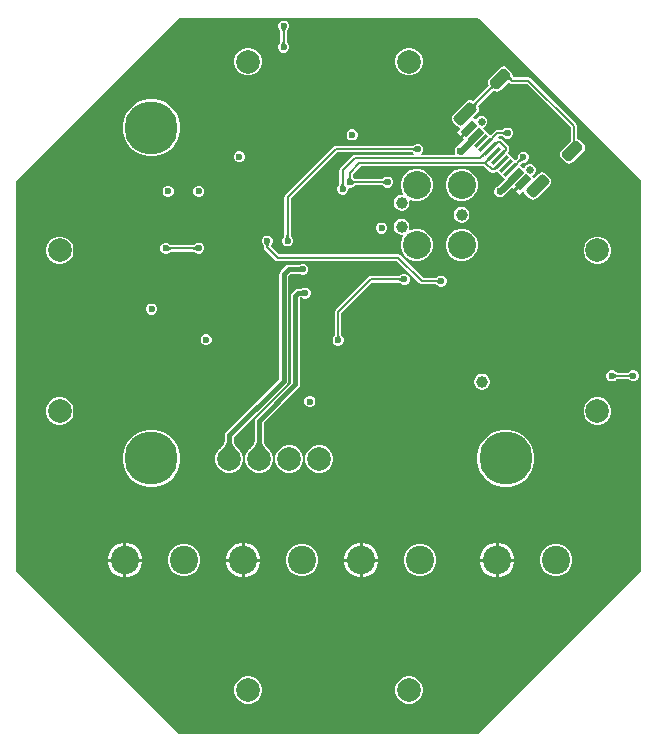
<source format=gbl>
G04*
G04 #@! TF.GenerationSoftware,Altium Limited,Altium Designer,23.8.1 (32)*
G04*
G04 Layer_Physical_Order=2*
G04 Layer_Color=16711680*
%FSLAX44Y44*%
%MOMM*%
G71*
G04*
G04 #@! TF.SameCoordinates,30061C5B-BE2C-44CF-A243-5EA776C9CE0C*
G04*
G04*
G04 #@! TF.FilePolarity,Positive*
G04*
G01*
G75*
%ADD13C,0.2000*%
%ADD48C,0.4000*%
%ADD49C,0.6000*%
G04:AMPARAMS|DCode=50|XSize=1.8mm|YSize=1mm|CornerRadius=0.25mm|HoleSize=0mm|Usage=FLASHONLY|Rotation=225.000|XOffset=0mm|YOffset=0mm|HoleType=Round|Shape=RoundedRectangle|*
%AMROUNDEDRECTD50*
21,1,1.8000,0.5000,0,0,225.0*
21,1,1.3000,1.0000,0,0,225.0*
1,1,0.5000,-0.6364,-0.2828*
1,1,0.5000,0.2828,0.6364*
1,1,0.5000,0.6364,0.2828*
1,1,0.5000,-0.2828,-0.6364*
%
%ADD50ROUNDEDRECTD50*%
G04:AMPARAMS|DCode=51|XSize=2.1mm|YSize=1mm|CornerRadius=0.25mm|HoleSize=0mm|Usage=FLASHONLY|Rotation=225.000|XOffset=0mm|YOffset=0mm|HoleType=Round|Shape=RoundedRectangle|*
%AMROUNDEDRECTD51*
21,1,2.1000,0.5000,0,0,225.0*
21,1,1.6000,1.0000,0,0,225.0*
1,1,0.5000,-0.7425,-0.3889*
1,1,0.5000,0.3889,0.7425*
1,1,0.5000,0.7425,0.3889*
1,1,0.5000,-0.3889,-0.7425*
%
%ADD51ROUNDEDRECTD51*%
%ADD52C,0.6500*%
%ADD53C,2.0000*%
%ADD54C,2.4000*%
%ADD55C,4.5000*%
%ADD56C,2.3750*%
%ADD57C,0.9910*%
%ADD58C,0.6000*%
%ADD59C,1.0000*%
G04:AMPARAMS|DCode=60|XSize=0.6mm|YSize=1.35mm|CornerRadius=0mm|HoleSize=0mm|Usage=FLASHONLY|Rotation=315.000|XOffset=0mm|YOffset=0mm|HoleType=Round|Shape=Rectangle|*
%AMROTATEDRECTD60*
4,1,4,-0.6894,-0.2652,0.2652,0.6894,0.6894,0.2652,-0.2652,-0.6894,-0.6894,-0.2652,0.0*
%
%ADD60ROTATEDRECTD60*%

G04:AMPARAMS|DCode=61|XSize=0.3mm|YSize=1.35mm|CornerRadius=0mm|HoleSize=0mm|Usage=FLASHONLY|Rotation=315.000|XOffset=0mm|YOffset=0mm|HoleType=Round|Shape=Rectangle|*
%AMROTATEDRECTD61*
4,1,4,-0.5834,-0.3712,0.3712,0.5834,0.5834,0.3712,-0.3712,-0.5834,-0.5834,-0.3712,0.0*
%
%ADD61ROTATEDRECTD61*%

G36*
X245718Y184143D02*
X264918Y164943D01*
Y-164943D01*
X126518Y-303342D01*
X-126518D01*
X-264918Y-164943D01*
Y164943D01*
X-126518Y303342D01*
X126518D01*
X245718Y184143D01*
D02*
G37*
%LPC*%
G36*
X-36969Y300755D02*
X-38831D01*
X-40551Y300042D01*
X-41867Y298726D01*
X-42580Y297006D01*
Y295144D01*
X-41867Y293424D01*
X-41487Y293043D01*
X-41450Y292976D01*
X-41288Y292782D01*
X-41177Y292633D01*
X-41085Y292488D01*
X-41009Y292349D01*
X-40947Y292212D01*
X-40899Y292079D01*
X-40862Y291945D01*
X-40836Y291810D01*
X-40833Y291783D01*
Y282658D01*
X-40836Y282631D01*
X-40861Y282508D01*
X-40897Y282388D01*
X-40943Y282271D01*
X-41001Y282153D01*
X-41074Y282032D01*
X-41163Y281906D01*
X-41271Y281776D01*
X-41439Y281600D01*
X-41519Y281475D01*
X-42067Y280926D01*
X-42780Y279206D01*
Y277344D01*
X-42067Y275624D01*
X-40751Y274307D01*
X-39031Y273595D01*
X-37169D01*
X-35449Y274307D01*
X-34132Y275624D01*
X-33420Y277344D01*
Y279206D01*
X-34132Y280926D01*
X-34682Y281475D01*
X-34761Y281600D01*
X-34929Y281776D01*
X-35037Y281906D01*
X-35126Y282032D01*
X-35199Y282153D01*
X-35257Y282271D01*
X-35303Y282389D01*
X-35339Y282508D01*
X-35364Y282631D01*
X-35368Y282658D01*
Y291619D01*
X-35364Y291645D01*
X-35340Y291757D01*
X-35307Y291861D01*
X-35264Y291961D01*
X-35211Y292061D01*
X-35144Y292164D01*
X-35060Y292269D01*
X-34957Y292381D01*
X-34786Y292538D01*
X-34700Y292656D01*
X-33932Y293424D01*
X-33220Y295144D01*
Y297006D01*
X-33932Y298726D01*
X-35249Y300042D01*
X-36969Y300755D01*
D02*
G37*
G36*
X69638Y277755D02*
X66562D01*
X63592Y276959D01*
X60928Y275421D01*
X58754Y273247D01*
X57216Y270583D01*
X56420Y267613D01*
Y264537D01*
X57216Y261567D01*
X58754Y258903D01*
X60928Y256729D01*
X63592Y255191D01*
X66562Y254395D01*
X69638D01*
X72608Y255191D01*
X75272Y256729D01*
X77446Y258903D01*
X78984Y261567D01*
X79780Y264537D01*
Y267613D01*
X78984Y270583D01*
X77446Y273247D01*
X75272Y275421D01*
X72608Y276959D01*
X69638Y277755D01*
D02*
G37*
G36*
X-66562D02*
X-69638D01*
X-72608Y276959D01*
X-75272Y275421D01*
X-77446Y273247D01*
X-78984Y270583D01*
X-79780Y267613D01*
Y264537D01*
X-78984Y261567D01*
X-77446Y258903D01*
X-75272Y256729D01*
X-72608Y255191D01*
X-69638Y254395D01*
X-66562D01*
X-63592Y255191D01*
X-60928Y256729D01*
X-58754Y258903D01*
X-57216Y261567D01*
X-56420Y264537D01*
Y267613D01*
X-57216Y270583D01*
X-58754Y273247D01*
X-60928Y275421D01*
X-63592Y276959D01*
X-66562Y277755D01*
D02*
G37*
G36*
X20931Y208680D02*
X19069D01*
X17349Y207967D01*
X16033Y206651D01*
X15320Y204931D01*
Y203069D01*
X16033Y201349D01*
X17349Y200033D01*
X19069Y199320D01*
X20931D01*
X22651Y200033D01*
X23967Y201349D01*
X24680Y203069D01*
Y204931D01*
X23967Y206651D01*
X22651Y207967D01*
X20931Y208680D01*
D02*
G37*
G36*
X-147619Y234180D02*
X-152381D01*
X-157053Y233251D01*
X-161453Y231428D01*
X-165414Y228782D01*
X-168782Y225414D01*
X-171428Y221453D01*
X-173251Y217053D01*
X-174180Y212381D01*
Y207619D01*
X-173251Y202947D01*
X-171428Y198547D01*
X-168782Y194586D01*
X-165414Y191218D01*
X-161453Y188572D01*
X-157053Y186749D01*
X-152381Y185820D01*
X-147619D01*
X-142947Y186749D01*
X-138546Y188572D01*
X-134586Y191218D01*
X-131218Y194586D01*
X-128572Y198547D01*
X-126749Y202947D01*
X-125820Y207619D01*
Y212381D01*
X-126749Y217053D01*
X-128572Y221453D01*
X-131218Y225414D01*
X-134586Y228782D01*
X-138546Y231428D01*
X-142947Y233251D01*
X-147619Y234180D01*
D02*
G37*
G36*
X-74569Y190180D02*
X-76431D01*
X-78151Y189468D01*
X-79468Y188151D01*
X-80180Y186431D01*
Y184569D01*
X-79468Y182849D01*
X-78151Y181532D01*
X-76431Y180820D01*
X-74569D01*
X-72849Y181532D01*
X-71532Y182849D01*
X-70820Y184569D01*
Y186431D01*
X-71532Y188151D01*
X-72849Y189468D01*
X-74569Y190180D01*
D02*
G37*
G36*
X148236Y261946D02*
X146605Y261621D01*
X145222Y260697D01*
X136030Y251505D01*
X135106Y250123D01*
X134782Y248492D01*
X135106Y246861D01*
X135898Y245675D01*
X122556Y232333D01*
X121371Y233125D01*
X119740Y233449D01*
X118109Y233125D01*
X116726Y232201D01*
X105412Y220887D01*
X104488Y219505D01*
X104164Y217874D01*
X104488Y216243D01*
X105412Y214860D01*
X108948Y211325D01*
X110330Y210401D01*
X110636Y210340D01*
X111054Y208962D01*
X108511Y206419D01*
X111530Y203399D01*
X118099Y209968D01*
X119895Y208172D01*
X113326Y201603D01*
X114711Y200219D01*
X109212Y194719D01*
X109132Y194666D01*
X108698Y194487D01*
X108366Y194154D01*
X107975Y193893D01*
X107714Y193502D01*
X107382Y193170D01*
X107202Y192736D01*
X106941Y192345D01*
X106849Y191884D01*
X106669Y191450D01*
Y190980D01*
X106577Y190519D01*
X106669Y190058D01*
Y189588D01*
X106849Y189154D01*
X106941Y188693D01*
X107202Y188302D01*
X107326Y188002D01*
X107094Y187374D01*
X106721Y186733D01*
X78905D01*
X78435Y188002D01*
X79419Y188987D01*
X80132Y190707D01*
Y192569D01*
X79419Y194289D01*
X78103Y195606D01*
X76383Y196318D01*
X74521D01*
X72801Y195606D01*
X72535Y195340D01*
X72339Y195192D01*
X72174Y195082D01*
X72015Y194989D01*
X71861Y194912D01*
X71710Y194849D01*
X71564Y194799D01*
X71419Y194762D01*
X71274Y194735D01*
X71249Y194732D01*
X6025D01*
X6025Y194732D01*
X4979Y194524D01*
X4093Y193932D01*
X-36572Y153267D01*
X-37164Y152381D01*
X-37373Y151335D01*
Y118552D01*
X-37376Y118525D01*
X-37401Y118402D01*
X-37437Y118283D01*
X-37483Y118166D01*
X-37541Y118047D01*
X-37614Y117926D01*
X-37703Y117800D01*
X-37811Y117670D01*
X-37979Y117494D01*
X-38059Y117369D01*
X-38607Y116820D01*
X-39320Y115100D01*
Y113238D01*
X-38607Y111518D01*
X-37291Y110202D01*
X-35571Y109489D01*
X-33709D01*
X-31989Y110202D01*
X-30673Y111518D01*
X-29960Y113238D01*
Y115100D01*
X-30673Y116820D01*
X-31222Y117369D01*
X-31301Y117494D01*
X-31469Y117670D01*
X-31577Y117800D01*
X-31666Y117926D01*
X-31739Y118047D01*
X-31797Y118165D01*
X-31843Y118283D01*
X-31879Y118402D01*
X-31904Y118526D01*
X-31907Y118552D01*
Y150203D01*
X7157Y189268D01*
X70950D01*
X70974Y189264D01*
X71076Y189241D01*
X71169Y189210D01*
X71255Y189172D01*
X71339Y189124D01*
X71426Y189063D01*
X71468Y189028D01*
X71484Y188987D01*
X72469Y188002D01*
X71999Y186733D01*
X22000D01*
X20954Y186525D01*
X20068Y185932D01*
X10068Y175932D01*
X9475Y175046D01*
X9268Y174000D01*
Y162383D01*
X9264Y162356D01*
X9239Y162233D01*
X9203Y162114D01*
X9157Y161996D01*
X9099Y161878D01*
X9026Y161757D01*
X8937Y161631D01*
X8829Y161501D01*
X8661Y161325D01*
X8582Y161200D01*
X8033Y160651D01*
X7320Y158931D01*
Y157069D01*
X8033Y155349D01*
X9349Y154032D01*
X11069Y153320D01*
X12931D01*
X14651Y154032D01*
X15968Y155349D01*
X16680Y157069D01*
Y158147D01*
X16972Y159028D01*
X17853Y159320D01*
X18931D01*
X20651Y160033D01*
X21200Y160582D01*
X21325Y160661D01*
X21501Y160829D01*
X21631Y160937D01*
X21757Y161026D01*
X21878Y161099D01*
X21996Y161157D01*
X22114Y161203D01*
X22233Y161239D01*
X22356Y161264D01*
X22383Y161268D01*
X45617D01*
X45644Y161264D01*
X45767Y161239D01*
X45886Y161203D01*
X46004Y161157D01*
X46122Y161099D01*
X46243Y161026D01*
X46369Y160937D01*
X46499Y160829D01*
X46675Y160661D01*
X46800Y160581D01*
X47349Y160033D01*
X49069Y159320D01*
X50931D01*
X52651Y160033D01*
X53967Y161349D01*
X54680Y163069D01*
Y164931D01*
X53967Y166651D01*
X52651Y167967D01*
X50931Y168680D01*
X49069D01*
X47349Y167967D01*
X46800Y167418D01*
X46675Y167339D01*
X46499Y167171D01*
X46369Y167063D01*
X46243Y166974D01*
X46122Y166901D01*
X46004Y166843D01*
X45886Y166797D01*
X45767Y166761D01*
X45644Y166736D01*
X45617Y166733D01*
X22383D01*
X22356Y166736D01*
X22233Y166761D01*
X22114Y166797D01*
X21996Y166843D01*
X21878Y166901D01*
X21757Y166974D01*
X21631Y167063D01*
X21501Y167171D01*
X21332Y167332D01*
X21171Y167501D01*
X21063Y167631D01*
X20974Y167757D01*
X20901Y167878D01*
X20843Y167996D01*
X20797Y168114D01*
X20761Y168233D01*
X20736Y168356D01*
X20733Y168383D01*
Y170868D01*
X27132Y177267D01*
X131615D01*
X136079Y172804D01*
X136965Y172212D01*
X138011Y172004D01*
X139817D01*
X140863Y172212D01*
X141749Y172804D01*
X142546Y173600D01*
X149260Y166886D01*
X142438Y160063D01*
X142349Y160026D01*
X142017Y159694D01*
X141626Y159433D01*
X141365Y159042D01*
X141032Y158710D01*
X140853Y158276D01*
X140591Y157885D01*
X140500Y157424D01*
X140320Y156990D01*
Y156520D01*
X140228Y156059D01*
X140320Y155598D01*
Y155128D01*
X140500Y154694D01*
X140591Y154233D01*
X140853Y153842D01*
X141032Y153408D01*
X141365Y153075D01*
X141626Y152685D01*
X142017Y152424D01*
X142349Y152091D01*
X142783Y151911D01*
X143174Y151650D01*
X143635Y151559D01*
X144069Y151379D01*
X144539D01*
X145000Y151287D01*
X145182D01*
X145643Y151379D01*
X145931D01*
X146197Y151489D01*
X147008Y151650D01*
X148556Y152685D01*
X155400Y159529D01*
X156785Y158145D01*
X163354Y164713D01*
X165150Y162917D01*
X158581Y156348D01*
X161600Y153329D01*
X164144Y155872D01*
X165522Y155454D01*
X165583Y155149D01*
X166506Y153766D01*
X170042Y150231D01*
X171425Y149307D01*
X173055Y148982D01*
X174687Y149307D01*
X176069Y150231D01*
X187383Y161544D01*
X188307Y162927D01*
X188631Y164558D01*
X188307Y166189D01*
X187383Y167572D01*
X183847Y171107D01*
X182465Y172031D01*
X180834Y172355D01*
X179203Y172031D01*
X177820Y171107D01*
X173959Y167246D01*
X172483Y168723D01*
X172730Y169968D01*
X173179Y170154D01*
X174566Y171541D01*
X175316Y173353D01*
Y175314D01*
X174566Y177126D01*
X173179Y178513D01*
X171367Y179264D01*
X169405D01*
X167593Y178513D01*
X166207Y177126D01*
X165753Y176032D01*
X164283Y175707D01*
X161927Y178062D01*
X163833Y179969D01*
X163854Y179985D01*
X163960Y180054D01*
X164069Y180114D01*
X164184Y180164D01*
X164309Y180206D01*
X164447Y180241D01*
X164598Y180266D01*
X164767Y180282D01*
X165010Y180288D01*
X165155Y180320D01*
X165931D01*
X167651Y181033D01*
X168967Y182349D01*
X169680Y184069D01*
Y185931D01*
X168967Y187651D01*
X167651Y188967D01*
X165931Y189680D01*
X164069D01*
X162349Y188967D01*
X161033Y187651D01*
X160320Y185931D01*
Y185155D01*
X160288Y185010D01*
X160282Y184767D01*
X160266Y184598D01*
X160241Y184447D01*
X160206Y184309D01*
X160164Y184184D01*
X160114Y184069D01*
X160054Y183960D01*
X159985Y183854D01*
X159969Y183833D01*
X158062Y181927D01*
X155137Y184852D01*
X151285Y188704D01*
X152156Y189575D01*
X152749Y190461D01*
X152957Y191507D01*
Y193164D01*
X152749Y194210D01*
X152156Y195096D01*
X147171Y200082D01*
X146284Y200674D01*
X145238Y200882D01*
X144199D01*
X143619Y202050D01*
X144092Y202689D01*
X144242Y202814D01*
X147192D01*
X147219Y202811D01*
X147343Y202785D01*
X147462Y202750D01*
X147579Y202704D01*
X147697Y202645D01*
X147819Y202573D01*
X147944Y202484D01*
X148075Y202375D01*
X148251Y202208D01*
X148376Y202128D01*
X148925Y201579D01*
X150645Y200867D01*
X152507D01*
X154227Y201579D01*
X155543Y202896D01*
X156256Y204616D01*
Y206478D01*
X155543Y208198D01*
X154227Y209514D01*
X152507Y210227D01*
X150645D01*
X148925Y209514D01*
X148376Y208965D01*
X148251Y208886D01*
X148075Y208718D01*
X147944Y208610D01*
X147819Y208521D01*
X147697Y208448D01*
X147579Y208390D01*
X147462Y208344D01*
X147343Y208308D01*
X147219Y208283D01*
X147192Y208279D01*
X142869D01*
X141823Y208071D01*
X140937Y207479D01*
X136724Y203266D01*
X133924Y206065D01*
X133924Y206065D01*
X130888Y209101D01*
X131214Y210572D01*
X132308Y211025D01*
X133695Y212412D01*
X134445Y214224D01*
Y216185D01*
X133695Y217997D01*
X132308Y219384D01*
X130496Y220135D01*
X128535D01*
X126723Y219384D01*
X125336Y217997D01*
X125150Y217549D01*
X123905Y217301D01*
X122428Y218778D01*
X126289Y222638D01*
X127213Y224021D01*
X127537Y225652D01*
X127213Y227283D01*
X126420Y228468D01*
X139763Y241811D01*
X140948Y241019D01*
X142579Y240694D01*
X144210Y241019D01*
X145593Y241942D01*
X152594Y248943D01*
X153469Y248068D01*
X154356Y247475D01*
X155401Y247267D01*
X155401Y247267D01*
X168045D01*
X205007Y210305D01*
Y199010D01*
X204995Y198831D01*
X204958Y198541D01*
X204913Y198306D01*
X204873Y198160D01*
X197124Y190411D01*
X196200Y189028D01*
X195876Y187397D01*
X196200Y185767D01*
X197124Y184384D01*
X200660Y180848D01*
X202042Y179925D01*
X203673Y179600D01*
X205304Y179925D01*
X206687Y180848D01*
X215879Y190041D01*
X216803Y191423D01*
X217127Y193054D01*
X216803Y194685D01*
X215879Y196068D01*
X212344Y199604D01*
X210961Y200527D01*
X210472Y200625D01*
Y211437D01*
X210264Y212483D01*
X209672Y213369D01*
X171109Y251932D01*
X170222Y252525D01*
X169177Y252733D01*
X156827D01*
X155957Y253764D01*
X156033Y254148D01*
X155709Y255779D01*
X154785Y257162D01*
X151250Y260697D01*
X149867Y261621D01*
X148236Y261946D01*
D02*
G37*
G36*
X-108969Y160755D02*
X-110831D01*
X-112551Y160042D01*
X-113868Y158726D01*
X-114580Y157006D01*
Y155144D01*
X-113868Y153424D01*
X-112551Y152107D01*
X-110831Y151395D01*
X-108969D01*
X-107249Y152107D01*
X-105933Y153424D01*
X-105220Y155144D01*
Y157006D01*
X-105933Y158726D01*
X-107249Y160042D01*
X-108969Y160755D01*
D02*
G37*
G36*
X-134969D02*
X-136831D01*
X-138551Y160042D01*
X-139867Y158726D01*
X-140580Y157006D01*
Y155144D01*
X-139867Y153424D01*
X-138551Y152107D01*
X-136831Y151395D01*
X-134969D01*
X-133249Y152107D01*
X-131932Y153424D01*
X-131220Y155144D01*
Y157006D01*
X-131932Y158726D01*
X-133249Y160042D01*
X-134969Y160755D01*
D02*
G37*
G36*
X114485Y175305D02*
X110915D01*
X107468Y174381D01*
X104377Y172597D01*
X101853Y170073D01*
X100069Y166982D01*
X99145Y163535D01*
Y159965D01*
X100069Y156518D01*
X101853Y153427D01*
X104377Y150903D01*
X107468Y149119D01*
X110915Y148195D01*
X114485D01*
X117932Y149119D01*
X121023Y150903D01*
X123547Y153427D01*
X125331Y156518D01*
X126255Y159965D01*
Y163535D01*
X125331Y166982D01*
X123547Y170073D01*
X121023Y172597D01*
X117932Y174381D01*
X114485Y175305D01*
D02*
G37*
G36*
X76385D02*
X72815D01*
X69368Y174381D01*
X66277Y172597D01*
X63753Y170073D01*
X61969Y166982D01*
X61045Y163535D01*
Y159965D01*
X61969Y156518D01*
X63227Y154338D01*
X63052Y153876D01*
X62450Y153145D01*
X61027D01*
X59339Y152693D01*
X57826Y151819D01*
X56591Y150584D01*
X55717Y149071D01*
X55265Y147383D01*
Y145637D01*
X55717Y143949D01*
X56591Y142436D01*
X57826Y141201D01*
X59339Y140327D01*
X61027Y139875D01*
X62773D01*
X64461Y140327D01*
X65974Y141201D01*
X67209Y142436D01*
X68083Y143949D01*
X68535Y145637D01*
Y147383D01*
X68297Y148270D01*
X69368Y149119D01*
X72815Y148195D01*
X76385D01*
X79832Y149119D01*
X82923Y150903D01*
X85447Y153427D01*
X87231Y156518D01*
X88155Y159965D01*
Y163535D01*
X87231Y166982D01*
X85447Y170073D01*
X82923Y172597D01*
X79832Y174381D01*
X76385Y175305D01*
D02*
G37*
G36*
X113574Y142985D02*
X111826D01*
X110139Y142533D01*
X108626Y141659D01*
X107391Y140424D01*
X106517Y138911D01*
X106065Y137224D01*
Y135477D01*
X106517Y133789D01*
X107391Y132276D01*
X108626Y131041D01*
X110139Y130167D01*
X111826Y129715D01*
X113574D01*
X115261Y130167D01*
X116774Y131041D01*
X118009Y132276D01*
X118883Y133789D01*
X119335Y135477D01*
Y137224D01*
X118883Y138911D01*
X118009Y140424D01*
X116774Y141659D01*
X115261Y142533D01*
X113574Y142985D01*
D02*
G37*
G36*
X45786Y129680D02*
X43924D01*
X42204Y128968D01*
X40887Y127651D01*
X40175Y125931D01*
Y124069D01*
X40887Y122349D01*
X42204Y121032D01*
X43924Y120320D01*
X45786D01*
X47506Y121032D01*
X48823Y122349D01*
X49535Y124069D01*
Y125931D01*
X48823Y127651D01*
X47506Y128968D01*
X45786Y129680D01*
D02*
G37*
G36*
X-108969Y112755D02*
X-110831D01*
X-112551Y112043D01*
X-113245Y111348D01*
X-113376Y111257D01*
X-113539Y111087D01*
X-113656Y110982D01*
X-113767Y110896D01*
X-113875Y110827D01*
X-113981Y110772D01*
X-114086Y110729D01*
X-114194Y110695D01*
X-114310Y110670D01*
X-114336Y110667D01*
X-133579D01*
X-133606Y110670D01*
X-133738Y110696D01*
X-133867Y110733D01*
X-133996Y110781D01*
X-134127Y110841D01*
X-134261Y110917D01*
X-134400Y111008D01*
X-134544Y111118D01*
X-134732Y111282D01*
X-134822Y111334D01*
X-135249Y111761D01*
X-136969Y112473D01*
X-138831D01*
X-140551Y111761D01*
X-141868Y110444D01*
X-142580Y108724D01*
Y106862D01*
X-141868Y105142D01*
X-140551Y103826D01*
X-138831Y103113D01*
X-136969D01*
X-135249Y103826D01*
X-134555Y104520D01*
X-134424Y104611D01*
X-134261Y104781D01*
X-134144Y104887D01*
X-134033Y104972D01*
X-133925Y105041D01*
X-133819Y105096D01*
X-133714Y105140D01*
X-133606Y105173D01*
X-133490Y105198D01*
X-133464Y105202D01*
X-114221D01*
X-114194Y105198D01*
X-114062Y105172D01*
X-113933Y105136D01*
X-113804Y105088D01*
X-113673Y105027D01*
X-113539Y104952D01*
X-113400Y104860D01*
X-113256Y104750D01*
X-113068Y104586D01*
X-112978Y104535D01*
X-112551Y104107D01*
X-110831Y103395D01*
X-108969D01*
X-107249Y104107D01*
X-105933Y105424D01*
X-105220Y107144D01*
Y109006D01*
X-105933Y110726D01*
X-107249Y112043D01*
X-108969Y112755D01*
D02*
G37*
G36*
X114485Y124505D02*
X110915D01*
X107468Y123581D01*
X104377Y121797D01*
X101853Y119273D01*
X100069Y116182D01*
X99145Y112734D01*
Y109165D01*
X100069Y105718D01*
X101853Y102627D01*
X104377Y100103D01*
X107468Y98319D01*
X110915Y97395D01*
X114485D01*
X117932Y98319D01*
X121023Y100103D01*
X123547Y102627D01*
X125331Y105718D01*
X126255Y109165D01*
Y112734D01*
X125331Y116182D01*
X123547Y119273D01*
X121023Y121797D01*
X117932Y123581D01*
X114485Y124505D01*
D02*
G37*
G36*
X62773Y132825D02*
X61027D01*
X59339Y132373D01*
X57826Y131499D01*
X56591Y130264D01*
X55717Y128751D01*
X55265Y127064D01*
Y125316D01*
X55717Y123629D01*
X56591Y122116D01*
X57826Y120881D01*
X59339Y120007D01*
X61027Y119555D01*
X62450D01*
X63052Y118824D01*
X63227Y118362D01*
X61969Y116182D01*
X61045Y112734D01*
Y109165D01*
X61969Y105718D01*
X63753Y102627D01*
X66277Y100103D01*
X69368Y98319D01*
X72815Y97395D01*
X76385D01*
X79832Y98319D01*
X82923Y100103D01*
X85447Y102627D01*
X87231Y105718D01*
X88155Y109165D01*
Y112734D01*
X87231Y116182D01*
X85447Y119273D01*
X82923Y121797D01*
X79832Y123581D01*
X76385Y124505D01*
X72815D01*
X69368Y123581D01*
X68297Y124430D01*
X68535Y125316D01*
Y127064D01*
X68083Y128751D01*
X67209Y130264D01*
X65974Y131499D01*
X64461Y132373D01*
X62773Y132825D01*
D02*
G37*
G36*
X-226112Y117855D02*
X-229188D01*
X-232158Y117059D01*
X-234822Y115521D01*
X-236996Y113347D01*
X-238534Y110683D01*
X-239330Y107713D01*
Y104637D01*
X-238534Y101667D01*
X-236996Y99003D01*
X-234822Y96829D01*
X-232158Y95291D01*
X-229188Y94495D01*
X-226112D01*
X-223142Y95291D01*
X-220478Y96829D01*
X-218304Y99003D01*
X-216766Y101667D01*
X-215970Y104637D01*
Y107713D01*
X-216766Y110683D01*
X-218304Y113347D01*
X-220478Y115521D01*
X-223142Y117059D01*
X-226112Y117855D01*
D02*
G37*
G36*
X229188Y117855D02*
X226112D01*
X223142Y117059D01*
X220478Y115521D01*
X218304Y113347D01*
X216766Y110683D01*
X215970Y107713D01*
Y104637D01*
X216766Y101667D01*
X218304Y99003D01*
X220478Y96829D01*
X223142Y95291D01*
X226112Y94495D01*
X229188D01*
X232158Y95291D01*
X234822Y96829D01*
X236996Y99003D01*
X238534Y101667D01*
X239330Y104637D01*
Y107713D01*
X238534Y110683D01*
X236996Y113347D01*
X234822Y115521D01*
X232158Y117059D01*
X229188Y117855D01*
D02*
G37*
G36*
X-20969Y94755D02*
X-22831D01*
X-24551Y94043D01*
X-24740Y93853D01*
X-25240Y93827D01*
X-33900D01*
X-35336Y93541D01*
X-36553Y92728D01*
X-40653Y88628D01*
X-41466Y87411D01*
X-41752Y85975D01*
Y-2446D01*
X-86703Y-47397D01*
X-87516Y-48614D01*
X-87802Y-50050D01*
Y-55238D01*
X-87802Y-55242D01*
X-87915Y-55830D01*
X-88111Y-56467D01*
X-88400Y-57152D01*
X-88785Y-57884D01*
X-89271Y-58659D01*
X-89847Y-59456D01*
X-91364Y-61227D01*
X-92273Y-62154D01*
X-92360Y-62287D01*
X-93396Y-63323D01*
X-94934Y-65987D01*
X-95730Y-68957D01*
Y-72033D01*
X-94934Y-75003D01*
X-93396Y-77667D01*
X-91222Y-79841D01*
X-88558Y-81379D01*
X-85588Y-82175D01*
X-82512D01*
X-79542Y-81379D01*
X-76878Y-79841D01*
X-74704Y-77667D01*
X-73166Y-75003D01*
X-72370Y-72033D01*
Y-68957D01*
X-73166Y-65987D01*
X-74704Y-63323D01*
X-75728Y-62299D01*
X-75802Y-62180D01*
X-77560Y-60311D01*
X-78240Y-59474D01*
X-78829Y-58659D01*
X-79315Y-57884D01*
X-79700Y-57152D01*
X-79988Y-56467D01*
X-80185Y-55830D01*
X-80298Y-55242D01*
X-80298Y-55238D01*
Y-51604D01*
X-35347Y-6653D01*
X-34534Y-5436D01*
X-34248Y-4000D01*
Y84421D01*
X-32346Y86323D01*
X-24766D01*
X-24551Y86107D01*
X-22831Y85395D01*
X-20969D01*
X-19249Y86107D01*
X-17932Y87424D01*
X-17220Y89144D01*
Y91006D01*
X-17932Y92726D01*
X-19249Y94043D01*
X-20969Y94755D01*
D02*
G37*
G36*
X65150Y86296D02*
X63288D01*
X61568Y85584D01*
X61019Y85035D01*
X60894Y84955D01*
X60718Y84788D01*
X60588Y84679D01*
X60462Y84590D01*
X60341Y84517D01*
X60223Y84459D01*
X60106Y84413D01*
X59987Y84378D01*
X59863Y84352D01*
X59836Y84349D01*
X35616D01*
X34570Y84141D01*
X33684Y83548D01*
X6168Y56032D01*
X5576Y55146D01*
X5368Y54100D01*
Y34458D01*
X5364Y34431D01*
X5339Y34308D01*
X5303Y34188D01*
X5257Y34071D01*
X5199Y33953D01*
X5126Y33832D01*
X5037Y33706D01*
X4929Y33576D01*
X4761Y33400D01*
X4681Y33275D01*
X4132Y32726D01*
X3420Y31006D01*
Y29144D01*
X4132Y27424D01*
X5449Y26107D01*
X7169Y25395D01*
X9031D01*
X10751Y26107D01*
X12068Y27424D01*
X12780Y29144D01*
Y31006D01*
X12068Y32726D01*
X11518Y33275D01*
X11439Y33400D01*
X11271Y33576D01*
X11163Y33706D01*
X11074Y33832D01*
X11001Y33953D01*
X10943Y34071D01*
X10897Y34189D01*
X10861Y34308D01*
X10836Y34431D01*
X10833Y34458D01*
Y52968D01*
X36748Y78884D01*
X59836D01*
X59863Y78880D01*
X59987Y78855D01*
X60106Y78819D01*
X60223Y78773D01*
X60341Y78715D01*
X60463Y78642D01*
X60588Y78553D01*
X60718Y78445D01*
X60894Y78277D01*
X61019Y78198D01*
X61568Y77649D01*
X63288Y76936D01*
X65150D01*
X66870Y77649D01*
X68187Y78965D01*
X68899Y80685D01*
Y82547D01*
X68187Y84267D01*
X66870Y85584D01*
X65150Y86296D01*
D02*
G37*
G36*
X-50969Y118755D02*
X-52831D01*
X-54551Y118042D01*
X-55868Y116726D01*
X-56580Y115006D01*
Y113144D01*
X-55868Y111424D01*
X-55318Y110875D01*
X-55239Y110750D01*
X-55071Y110574D01*
X-54963Y110444D01*
X-54874Y110318D01*
X-54801Y110197D01*
X-54743Y110079D01*
X-54697Y109961D01*
X-54661Y109842D01*
X-54636Y109719D01*
X-54633Y109692D01*
Y108700D01*
X-54425Y107655D01*
X-53832Y106768D01*
X-45132Y98068D01*
X-44245Y97476D01*
X-43200Y97268D01*
X57915D01*
X76971Y78211D01*
X77858Y77619D01*
X78903Y77411D01*
X91099D01*
X91126Y77408D01*
X91253Y77382D01*
X91376Y77346D01*
X91498Y77299D01*
X91622Y77240D01*
X91749Y77166D01*
X91879Y77075D01*
X92015Y76966D01*
X92196Y76800D01*
X92310Y76731D01*
X92808Y76233D01*
X94528Y75520D01*
X96390D01*
X98110Y76233D01*
X99426Y77549D01*
X100139Y79269D01*
Y81131D01*
X99426Y82851D01*
X98110Y84167D01*
X96390Y84880D01*
X94528D01*
X92808Y84167D01*
X92204Y83564D01*
X92072Y83477D01*
X91902Y83308D01*
X91777Y83201D01*
X91657Y83113D01*
X91541Y83042D01*
X91427Y82985D01*
X91315Y82940D01*
X91200Y82905D01*
X91080Y82879D01*
X91053Y82876D01*
X80035D01*
X60979Y101932D01*
X60093Y102524D01*
X59047Y102732D01*
X-42068D01*
X-49145Y109810D01*
X-49139Y109842D01*
X-49103Y109961D01*
X-49057Y110079D01*
X-48999Y110197D01*
X-48926Y110318D01*
X-48837Y110444D01*
X-48729Y110574D01*
X-48561Y110750D01*
X-48481Y110875D01*
X-47933Y111424D01*
X-47220Y113144D01*
Y115006D01*
X-47933Y116726D01*
X-49249Y118042D01*
X-50969Y118755D01*
D02*
G37*
G36*
X-18969Y74755D02*
X-20831D01*
X-22551Y74043D01*
X-22740Y73853D01*
X-23240Y73827D01*
X-25657D01*
X-27093Y73541D01*
X-28310Y72728D01*
X-30653Y70385D01*
X-31467Y69168D01*
X-31752Y67732D01*
Y-5759D01*
X-61303Y-35310D01*
X-62116Y-36527D01*
X-62402Y-37963D01*
Y-55238D01*
X-62402Y-55242D01*
X-62515Y-55830D01*
X-62712Y-56467D01*
X-63000Y-57152D01*
X-63386Y-57884D01*
X-63871Y-58659D01*
X-64447Y-59456D01*
X-65964Y-61227D01*
X-66873Y-62154D01*
X-66960Y-62287D01*
X-67996Y-63323D01*
X-69534Y-65987D01*
X-70330Y-68957D01*
Y-72033D01*
X-69534Y-75003D01*
X-67996Y-77667D01*
X-65822Y-79841D01*
X-63158Y-81379D01*
X-60188Y-82175D01*
X-57112D01*
X-54142Y-81379D01*
X-51478Y-79841D01*
X-49304Y-77667D01*
X-47766Y-75003D01*
X-46970Y-72033D01*
Y-68957D01*
X-47766Y-65987D01*
X-49304Y-63323D01*
X-50328Y-62299D01*
X-50402Y-62180D01*
X-52160Y-60311D01*
X-52840Y-59474D01*
X-53429Y-58659D01*
X-53915Y-57884D01*
X-54300Y-57152D01*
X-54588Y-56467D01*
X-54785Y-55830D01*
X-54898Y-55242D01*
X-54898Y-55238D01*
Y-39517D01*
X-25347Y-9966D01*
X-24534Y-8749D01*
X-24248Y-7313D01*
X-24248Y-7313D01*
Y66178D01*
X-24103Y66323D01*
X-22766D01*
X-22551Y66107D01*
X-20831Y65395D01*
X-18969D01*
X-17249Y66107D01*
X-15933Y67424D01*
X-15220Y69144D01*
Y71006D01*
X-15933Y72726D01*
X-17249Y74043D01*
X-18969Y74755D01*
D02*
G37*
G36*
X-148919Y61105D02*
X-150781D01*
X-152501Y60392D01*
X-153818Y59076D01*
X-154530Y57356D01*
Y55494D01*
X-153818Y53774D01*
X-152501Y52457D01*
X-150781Y51745D01*
X-148919D01*
X-147199Y52457D01*
X-145882Y53774D01*
X-145170Y55494D01*
Y57356D01*
X-145882Y59076D01*
X-147199Y60392D01*
X-148919Y61105D01*
D02*
G37*
G36*
X-102721Y35180D02*
X-104583D01*
X-106303Y34467D01*
X-107619Y33151D01*
X-108332Y31431D01*
Y29569D01*
X-107619Y27849D01*
X-106303Y26532D01*
X-104583Y25820D01*
X-102721D01*
X-101001Y26532D01*
X-99684Y27849D01*
X-98972Y29569D01*
Y31431D01*
X-99684Y33151D01*
X-101001Y34467D01*
X-102721Y35180D01*
D02*
G37*
G36*
X259031Y4755D02*
X257169D01*
X255449Y4042D01*
X254852Y3445D01*
X254721Y3359D01*
X254550Y3191D01*
X254424Y3083D01*
X254303Y2995D01*
X254186Y2924D01*
X254073Y2866D01*
X253960Y2821D01*
X253844Y2786D01*
X253724Y2761D01*
X253697Y2757D01*
X244362D01*
X244335Y2761D01*
X244209Y2786D01*
X244086Y2822D01*
X243965Y2869D01*
X243842Y2929D01*
X243716Y3002D01*
X243586Y3092D01*
X243450Y3201D01*
X243270Y3368D01*
X243155Y3439D01*
X242651Y3943D01*
X240931Y4655D01*
X239069D01*
X237349Y3943D01*
X236033Y2626D01*
X235320Y906D01*
Y-956D01*
X236033Y-2676D01*
X237349Y-3993D01*
X239069Y-4705D01*
X240931D01*
X242651Y-3993D01*
X243248Y-3395D01*
X243379Y-3309D01*
X243550Y-3141D01*
X243676Y-3033D01*
X243797Y-2945D01*
X243914Y-2874D01*
X244027Y-2817D01*
X244140Y-2771D01*
X244256Y-2736D01*
X244376Y-2711D01*
X244403Y-2708D01*
X253738D01*
X253765Y-2711D01*
X253891Y-2737D01*
X254014Y-2773D01*
X254135Y-2819D01*
X254258Y-2879D01*
X254384Y-2952D01*
X254515Y-3043D01*
X254650Y-3151D01*
X254830Y-3318D01*
X254945Y-3389D01*
X255449Y-3893D01*
X257169Y-4605D01*
X259031D01*
X260751Y-3893D01*
X262068Y-2576D01*
X262780Y-856D01*
Y1006D01*
X262068Y2726D01*
X260751Y4042D01*
X259031Y4755D01*
D02*
G37*
G36*
X130879Y1680D02*
X129121D01*
X127422Y1225D01*
X125898Y345D01*
X124655Y-898D01*
X123775Y-2422D01*
X123320Y-4121D01*
Y-5879D01*
X123775Y-7578D01*
X124655Y-9102D01*
X125898Y-10345D01*
X127422Y-11225D01*
X129121Y-11680D01*
X130879D01*
X132578Y-11225D01*
X134102Y-10345D01*
X135345Y-9102D01*
X136225Y-7578D01*
X136680Y-5879D01*
Y-4121D01*
X136225Y-2422D01*
X135345Y-898D01*
X134102Y345D01*
X132578Y1225D01*
X130879Y1680D01*
D02*
G37*
G36*
X-14819Y-17095D02*
X-16681D01*
X-18401Y-17807D01*
X-19717Y-19124D01*
X-20430Y-20844D01*
Y-22706D01*
X-19717Y-24426D01*
X-18401Y-25742D01*
X-16681Y-26455D01*
X-14819D01*
X-13099Y-25742D01*
X-11782Y-24426D01*
X-11070Y-22706D01*
Y-20844D01*
X-11782Y-19124D01*
X-13099Y-17807D01*
X-14819Y-17095D01*
D02*
G37*
G36*
X-226112Y-18345D02*
X-229188D01*
X-232158Y-19141D01*
X-234822Y-20679D01*
X-236996Y-22853D01*
X-238534Y-25517D01*
X-239330Y-28487D01*
Y-31563D01*
X-238534Y-34533D01*
X-236996Y-37197D01*
X-234822Y-39371D01*
X-232158Y-40909D01*
X-229188Y-41705D01*
X-226112D01*
X-223142Y-40909D01*
X-220478Y-39371D01*
X-218304Y-37197D01*
X-216766Y-34533D01*
X-215970Y-31563D01*
Y-28487D01*
X-216766Y-25517D01*
X-218304Y-22853D01*
X-220478Y-20679D01*
X-223142Y-19141D01*
X-226112Y-18345D01*
D02*
G37*
G36*
X229188Y-18345D02*
X226112D01*
X223142Y-19141D01*
X220478Y-20679D01*
X218304Y-22853D01*
X216766Y-25517D01*
X215970Y-28487D01*
Y-31563D01*
X216766Y-34533D01*
X218304Y-37197D01*
X220478Y-39371D01*
X223142Y-40909D01*
X226112Y-41705D01*
X229188D01*
X232158Y-40909D01*
X234822Y-39371D01*
X236996Y-37197D01*
X238534Y-34533D01*
X239330Y-31563D01*
Y-28487D01*
X238534Y-25517D01*
X236996Y-22853D01*
X234822Y-20679D01*
X232158Y-19141D01*
X229188Y-18345D01*
D02*
G37*
G36*
X-6312Y-58815D02*
X-9388D01*
X-12358Y-59611D01*
X-15022Y-61149D01*
X-17196Y-63323D01*
X-18734Y-65987D01*
X-19530Y-68957D01*
Y-72033D01*
X-18734Y-75003D01*
X-17196Y-77667D01*
X-15022Y-79841D01*
X-12358Y-81379D01*
X-9388Y-82175D01*
X-6312D01*
X-3342Y-81379D01*
X-678Y-79841D01*
X1496Y-77667D01*
X3034Y-75003D01*
X3830Y-72033D01*
Y-68957D01*
X3034Y-65987D01*
X1496Y-63323D01*
X-678Y-61149D01*
X-3342Y-59611D01*
X-6312Y-58815D01*
D02*
G37*
G36*
X-31712D02*
X-34788D01*
X-37758Y-59611D01*
X-40422Y-61149D01*
X-42596Y-63323D01*
X-44134Y-65987D01*
X-44930Y-68957D01*
Y-72033D01*
X-44134Y-75003D01*
X-42596Y-77667D01*
X-40422Y-79841D01*
X-37758Y-81379D01*
X-34788Y-82175D01*
X-31712D01*
X-28742Y-81379D01*
X-26078Y-79841D01*
X-23904Y-77667D01*
X-22366Y-75003D01*
X-21570Y-72033D01*
Y-68957D01*
X-22366Y-65987D01*
X-23904Y-63323D01*
X-26078Y-61149D01*
X-28742Y-59611D01*
X-31712Y-58815D01*
D02*
G37*
G36*
X152381Y-45820D02*
X147619D01*
X142947Y-46749D01*
X138546Y-48572D01*
X134586Y-51218D01*
X131218Y-54586D01*
X128572Y-58547D01*
X126749Y-62947D01*
X125820Y-67618D01*
Y-72382D01*
X126749Y-77053D01*
X128572Y-81454D01*
X131218Y-85414D01*
X134586Y-88782D01*
X138546Y-91428D01*
X142947Y-93251D01*
X147619Y-94180D01*
X152381D01*
X157053Y-93251D01*
X161453Y-91428D01*
X165414Y-88782D01*
X168782Y-85414D01*
X171428Y-81454D01*
X173251Y-77053D01*
X174180Y-72382D01*
Y-67618D01*
X173251Y-62947D01*
X171428Y-58547D01*
X168782Y-54586D01*
X165414Y-51218D01*
X161453Y-48572D01*
X157053Y-46749D01*
X152381Y-45820D01*
D02*
G37*
G36*
X-147619D02*
X-152381D01*
X-157053Y-46749D01*
X-161453Y-48572D01*
X-165414Y-51218D01*
X-168782Y-54586D01*
X-171428Y-58547D01*
X-173251Y-62947D01*
X-174180Y-67618D01*
Y-72382D01*
X-173251Y-77053D01*
X-171428Y-81454D01*
X-168782Y-85414D01*
X-165414Y-88782D01*
X-161453Y-91428D01*
X-157053Y-93251D01*
X-152381Y-94180D01*
X-147619D01*
X-142947Y-93251D01*
X-138546Y-91428D01*
X-134586Y-88782D01*
X-131218Y-85414D01*
X-128572Y-81454D01*
X-126749Y-77053D01*
X-125820Y-72382D01*
Y-67618D01*
X-126749Y-62947D01*
X-128572Y-58547D01*
X-131218Y-54586D01*
X-134586Y-51218D01*
X-138546Y-48572D01*
X-142947Y-46749D01*
X-147619Y-45820D01*
D02*
G37*
G36*
X144564Y-141535D02*
X143920D01*
Y-154805D01*
X157190D01*
Y-154161D01*
X156199Y-150463D01*
X154285Y-147147D01*
X151578Y-144440D01*
X148262Y-142526D01*
X144564Y-141535D01*
D02*
G37*
G36*
X-70436D02*
X-71080D01*
Y-154805D01*
X-57810D01*
Y-154161D01*
X-58801Y-150463D01*
X-60715Y-147147D01*
X-63422Y-144440D01*
X-66738Y-142526D01*
X-70436Y-141535D01*
D02*
G37*
G36*
X29564D02*
X28920D01*
Y-154805D01*
X42190D01*
Y-154161D01*
X41199Y-150463D01*
X39285Y-147147D01*
X36578Y-144440D01*
X33262Y-142526D01*
X29564Y-141535D01*
D02*
G37*
G36*
X26380D02*
X25736D01*
X22038Y-142526D01*
X18722Y-144440D01*
X16015Y-147147D01*
X14101Y-150463D01*
X13110Y-154161D01*
Y-154805D01*
X26380D01*
Y-141535D01*
D02*
G37*
G36*
X-73620D02*
X-74264D01*
X-77962Y-142526D01*
X-81278Y-144440D01*
X-83985Y-147147D01*
X-85899Y-150463D01*
X-86890Y-154161D01*
Y-154805D01*
X-73620D01*
Y-141535D01*
D02*
G37*
G36*
X141380D02*
X140736D01*
X137038Y-142526D01*
X133722Y-144440D01*
X131015Y-147147D01*
X129101Y-150463D01*
X128110Y-154161D01*
Y-154805D01*
X141380D01*
Y-141535D01*
D02*
G37*
G36*
X-170436Y-141535D02*
X-171080D01*
Y-154805D01*
X-157810D01*
Y-154161D01*
X-158801Y-150463D01*
X-160715Y-147147D01*
X-163422Y-144440D01*
X-166738Y-142526D01*
X-170436Y-141535D01*
D02*
G37*
G36*
X-173620D02*
X-174264D01*
X-177962Y-142526D01*
X-181278Y-144440D01*
X-183985Y-147147D01*
X-185899Y-150463D01*
X-186890Y-154161D01*
Y-154805D01*
X-173620D01*
Y-141535D01*
D02*
G37*
G36*
X194451Y-142395D02*
X190849D01*
X187370Y-143327D01*
X184250Y-145128D01*
X181703Y-147675D01*
X179902Y-150795D01*
X178970Y-154274D01*
Y-157876D01*
X179902Y-161355D01*
X181703Y-164475D01*
X184250Y-167022D01*
X187370Y-168823D01*
X190849Y-169755D01*
X194451D01*
X197930Y-168823D01*
X201050Y-167022D01*
X203597Y-164475D01*
X205398Y-161355D01*
X206330Y-157876D01*
Y-154274D01*
X205398Y-150795D01*
X203597Y-147675D01*
X201050Y-145128D01*
X197930Y-143327D01*
X194451Y-142395D01*
D02*
G37*
G36*
X79451D02*
X75849D01*
X72370Y-143327D01*
X69250Y-145128D01*
X66703Y-147675D01*
X64902Y-150795D01*
X63970Y-154274D01*
Y-157876D01*
X64902Y-161355D01*
X66703Y-164475D01*
X69250Y-167022D01*
X72370Y-168823D01*
X75849Y-169755D01*
X79451D01*
X82930Y-168823D01*
X86050Y-167022D01*
X88597Y-164475D01*
X90398Y-161355D01*
X91330Y-157876D01*
Y-154274D01*
X90398Y-150795D01*
X88597Y-147675D01*
X86050Y-145128D01*
X82930Y-143327D01*
X79451Y-142395D01*
D02*
G37*
G36*
X-20549D02*
X-24151D01*
X-27630Y-143327D01*
X-30750Y-145128D01*
X-33297Y-147675D01*
X-35098Y-150795D01*
X-36030Y-154274D01*
Y-157876D01*
X-35098Y-161355D01*
X-33297Y-164475D01*
X-30750Y-167022D01*
X-27630Y-168823D01*
X-24151Y-169755D01*
X-20549D01*
X-17070Y-168823D01*
X-13950Y-167022D01*
X-11403Y-164475D01*
X-9602Y-161355D01*
X-8670Y-157876D01*
Y-154274D01*
X-9602Y-150795D01*
X-11403Y-147675D01*
X-13950Y-145128D01*
X-17070Y-143327D01*
X-20549Y-142395D01*
D02*
G37*
G36*
X-120549D02*
X-124151D01*
X-127630Y-143327D01*
X-130750Y-145128D01*
X-133297Y-147675D01*
X-135098Y-150795D01*
X-136030Y-154274D01*
Y-157876D01*
X-135098Y-161355D01*
X-133297Y-164475D01*
X-130750Y-167022D01*
X-127630Y-168823D01*
X-124151Y-169755D01*
X-120549D01*
X-117070Y-168823D01*
X-113950Y-167022D01*
X-111403Y-164475D01*
X-109602Y-161355D01*
X-108670Y-157876D01*
Y-154274D01*
X-109602Y-150795D01*
X-111403Y-147675D01*
X-113950Y-145128D01*
X-117070Y-143327D01*
X-120549Y-142395D01*
D02*
G37*
G36*
X-157810Y-157345D02*
X-171080D01*
Y-170615D01*
X-170436D01*
X-166738Y-169624D01*
X-163422Y-167710D01*
X-160715Y-165003D01*
X-158801Y-161687D01*
X-157810Y-157989D01*
Y-157345D01*
D02*
G37*
G36*
X-173620D02*
X-186890D01*
Y-157989D01*
X-185899Y-161687D01*
X-183985Y-165003D01*
X-181278Y-167710D01*
X-177962Y-169624D01*
X-174264Y-170615D01*
X-173620D01*
Y-157345D01*
D02*
G37*
G36*
X157190Y-157345D02*
X143920D01*
Y-170615D01*
X144564D01*
X148262Y-169624D01*
X151578Y-167710D01*
X154285Y-165003D01*
X156199Y-161687D01*
X157190Y-157989D01*
Y-157345D01*
D02*
G37*
G36*
X141380D02*
X128110D01*
Y-157989D01*
X129101Y-161687D01*
X131015Y-165003D01*
X133722Y-167710D01*
X137038Y-169624D01*
X140736Y-170615D01*
X141380D01*
Y-157345D01*
D02*
G37*
G36*
X42190D02*
X28920D01*
Y-170615D01*
X29564D01*
X33262Y-169624D01*
X36578Y-167710D01*
X39285Y-165003D01*
X41199Y-161687D01*
X42190Y-157989D01*
Y-157345D01*
D02*
G37*
G36*
X26380D02*
X13110D01*
Y-157989D01*
X14101Y-161687D01*
X16015Y-165003D01*
X18722Y-167710D01*
X22038Y-169624D01*
X25736Y-170615D01*
X26380D01*
Y-157345D01*
D02*
G37*
G36*
X-57810D02*
X-71080D01*
Y-170615D01*
X-70436D01*
X-66738Y-169624D01*
X-63422Y-167710D01*
X-60715Y-165003D01*
X-58801Y-161687D01*
X-57810Y-157989D01*
Y-157345D01*
D02*
G37*
G36*
X-73620D02*
X-86890D01*
Y-157989D01*
X-85899Y-161687D01*
X-83985Y-165003D01*
X-81278Y-167710D01*
X-77962Y-169624D01*
X-74264Y-170615D01*
X-73620D01*
Y-157345D01*
D02*
G37*
G36*
X69638Y-254395D02*
X66562D01*
X63592Y-255191D01*
X60928Y-256729D01*
X58754Y-258903D01*
X57216Y-261567D01*
X56420Y-264537D01*
Y-267613D01*
X57216Y-270583D01*
X58754Y-273247D01*
X60928Y-275421D01*
X63592Y-276959D01*
X66562Y-277755D01*
X69638D01*
X72608Y-276959D01*
X75272Y-275421D01*
X77446Y-273247D01*
X78984Y-270583D01*
X79780Y-267613D01*
Y-264537D01*
X78984Y-261567D01*
X77446Y-258903D01*
X75272Y-256729D01*
X72608Y-255191D01*
X69638Y-254395D01*
D02*
G37*
G36*
X-66562D02*
X-69638D01*
X-72608Y-255191D01*
X-75272Y-256729D01*
X-77446Y-258903D01*
X-78984Y-261567D01*
X-79780Y-264537D01*
Y-267613D01*
X-78984Y-270583D01*
X-77446Y-273247D01*
X-75272Y-275421D01*
X-72608Y-276959D01*
X-69638Y-277755D01*
X-66562D01*
X-63592Y-276959D01*
X-60928Y-275421D01*
X-58754Y-273247D01*
X-57216Y-270583D01*
X-56420Y-267613D01*
Y-264537D01*
X-57216Y-261567D01*
X-58754Y-258903D01*
X-60928Y-256729D01*
X-63592Y-255191D01*
X-66562Y-254395D01*
D02*
G37*
%LPD*%
G36*
X-35947Y293797D02*
X-36167Y293595D01*
X-36362Y293385D01*
X-36535Y293165D01*
X-36685Y292937D01*
X-36812Y292700D01*
X-36916Y292454D01*
X-36996Y292200D01*
X-37054Y291936D01*
X-37088Y291664D01*
X-37100Y291384D01*
X-39100Y291525D01*
X-39110Y291801D01*
X-39141Y292072D01*
X-39193Y292338D01*
X-39266Y292600D01*
X-39360Y292858D01*
X-39474Y293111D01*
X-39609Y293359D01*
X-39764Y293603D01*
X-39941Y293842D01*
X-40138Y294077D01*
X-35947Y293797D01*
D02*
G37*
G36*
X-37089Y282625D02*
X-37056Y282353D01*
X-37001Y282088D01*
X-36924Y281830D01*
X-36825Y281578D01*
X-36704Y281333D01*
X-36561Y281094D01*
X-36396Y280862D01*
X-36209Y280636D01*
X-36000Y280417D01*
X-40200D01*
X-39991Y280636D01*
X-39804Y280862D01*
X-39639Y281094D01*
X-39496Y281333D01*
X-39375Y281578D01*
X-39276Y281830D01*
X-39199Y282088D01*
X-39144Y282353D01*
X-39111Y282625D01*
X-39100Y282903D01*
X-37100D01*
X-37089Y282625D01*
D02*
G37*
G36*
X154131Y253811D02*
X154082Y253623D01*
X154079Y253418D01*
X154121Y253196D01*
X154208Y252955D01*
X154340Y252698D01*
X154518Y252422D01*
X154742Y252129D01*
X155011Y251819D01*
X155325Y251491D01*
X154000Y249987D01*
X153700Y250273D01*
X153419Y250512D01*
X153157Y250703D01*
X152914Y250847D01*
X152690Y250944D01*
X152485Y250993D01*
X152299Y250995D01*
X152133Y250949D01*
X151985Y250856D01*
X151857Y250716D01*
X154225Y253981D01*
X154131Y253811D01*
D02*
G37*
G36*
X140467Y243551D02*
X140318Y243671D01*
X140155Y243748D01*
X139977Y243782D01*
X139784Y243773D01*
X139578Y243722D01*
X139356Y243628D01*
X139120Y243491D01*
X138869Y243311D01*
X138604Y243088D01*
X138324Y242822D01*
X136910Y244236D01*
X137175Y244516D01*
X137398Y244781D01*
X137578Y245032D01*
X137715Y245268D01*
X137810Y245490D01*
X137861Y245697D01*
X137870Y245889D01*
X137836Y246067D01*
X137758Y246230D01*
X137638Y246379D01*
X140467Y243551D01*
D02*
G37*
G36*
X125409Y229907D02*
X125143Y229627D01*
X124921Y229362D01*
X124741Y229111D01*
X124603Y228875D01*
X124509Y228654D01*
X124458Y228447D01*
X124449Y228254D01*
X124483Y228076D01*
X124560Y227913D01*
X124681Y227764D01*
X121852Y230593D01*
X122001Y230473D01*
X122164Y230396D01*
X122342Y230361D01*
X122534Y230370D01*
X122741Y230422D01*
X122963Y230516D01*
X123199Y230653D01*
X123450Y230833D01*
X123715Y231056D01*
X123995Y231322D01*
X125409Y229907D01*
D02*
G37*
G36*
X149433Y203447D02*
X149214Y203656D01*
X148989Y203843D01*
X148757Y204008D01*
X148518Y204151D01*
X148273Y204272D01*
X148021Y204371D01*
X147762Y204448D01*
X147497Y204503D01*
X147226Y204536D01*
X146947Y204547D01*
Y206547D01*
X147226Y206558D01*
X147497Y206591D01*
X147762Y206646D01*
X148021Y206723D01*
X148273Y206822D01*
X148518Y206943D01*
X148757Y207086D01*
X148989Y207251D01*
X149214Y207438D01*
X149433Y207647D01*
Y203447D01*
D02*
G37*
G36*
X139568Y200831D02*
X139303Y200558D01*
X138884Y200072D01*
X138730Y199858D01*
X138613Y199665D01*
X138532Y199491D01*
X138488Y199337D01*
X138481Y199203D01*
X138510Y199089D01*
X138576Y198994D01*
X136498Y201072D01*
X136558Y201041D01*
X136641Y201042D01*
X136748Y201077D01*
X136879Y201144D01*
X137032Y201245D01*
X137210Y201379D01*
X137635Y201746D01*
X138153Y202245D01*
X139568Y200831D01*
D02*
G37*
G36*
X143548Y196851D02*
X142112Y195459D01*
X140034Y197537D01*
X140178Y197421D01*
X140337Y197346D01*
X140511Y197314D01*
X140699Y197324D01*
X140901Y197376D01*
X141119Y197470D01*
X141350Y197606D01*
X141597Y197784D01*
X141858Y198004D01*
X142133Y198265D01*
X143548Y196851D01*
D02*
G37*
G36*
X208749Y200501D02*
X208829Y199715D01*
X208899Y199419D01*
X208988Y199187D01*
X209097Y199020D01*
X209226Y198918D01*
X209376Y198879D01*
X209545Y198906D01*
X209734Y198997D01*
X205761Y196539D01*
X205947Y196678D01*
X206113Y196853D01*
X206260Y197065D01*
X206387Y197313D01*
X206495Y197597D01*
X206583Y197917D01*
X206651Y198273D01*
X206700Y198666D01*
X206730Y199095D01*
X206739Y199560D01*
X208739Y200990D01*
X208749Y200501D01*
D02*
G37*
G36*
X150265Y190134D02*
X150000Y189862D01*
X149413Y189175D01*
X149287Y188990D01*
X149197Y188826D01*
X149141Y188684D01*
X149120Y188564D01*
X149134Y188465D01*
X149183Y188388D01*
X147105Y190466D01*
X147182Y190417D01*
X147281Y190403D01*
X147401Y190424D01*
X147543Y190480D01*
X147707Y190570D01*
X147893Y190696D01*
X148100Y190856D01*
X148579Y191283D01*
X148851Y191548D01*
X150265Y190134D01*
D02*
G37*
G36*
X73072Y189812D02*
X72884Y190038D01*
X72686Y190240D01*
X72477Y190418D01*
X72258Y190572D01*
X72028Y190703D01*
X71788Y190810D01*
X71537Y190893D01*
X71275Y190952D01*
X71003Y190988D01*
X70721Y191000D01*
X70979Y193000D01*
X71252Y193010D01*
X71522Y193039D01*
X71789Y193088D01*
X72054Y193157D01*
X72315Y193245D01*
X72574Y193353D01*
X72829Y193481D01*
X73082Y193628D01*
X73332Y193795D01*
X73579Y193981D01*
X73072Y189812D01*
D02*
G37*
G36*
X132609Y185956D02*
X132532Y186005D01*
X132433Y186019D01*
X132312Y185998D01*
X132170Y185942D01*
X132006Y185851D01*
X131821Y185725D01*
X131614Y185565D01*
X131135Y185139D01*
X130863Y184874D01*
X129449Y186288D01*
X129714Y186560D01*
X130301Y187246D01*
X130426Y187431D01*
X130517Y187595D01*
X130573Y187737D01*
X130594Y187858D01*
X130580Y187957D01*
X130531Y188034D01*
X132609Y185956D01*
D02*
G37*
G36*
X136145Y182420D02*
X136067Y182469D01*
X135968Y182483D01*
X135848Y182462D01*
X135706Y182406D01*
X135542Y182316D01*
X135357Y182190D01*
X135149Y182029D01*
X134670Y181603D01*
X134398Y181338D01*
X132984Y182752D01*
X133250Y183024D01*
X133836Y183710D01*
X133962Y183896D01*
X134052Y184060D01*
X134108Y184202D01*
X134129Y184322D01*
X134115Y184421D01*
X134066Y184498D01*
X136145Y182420D01*
D02*
G37*
G36*
X164970Y182000D02*
X164667Y181993D01*
X164376Y181966D01*
X164095Y181918D01*
X163825Y181851D01*
X163566Y181763D01*
X163318Y181655D01*
X163081Y181526D01*
X162854Y181378D01*
X162639Y181209D01*
X162434Y181020D01*
X161020Y182434D01*
X161209Y182639D01*
X161378Y182854D01*
X161526Y183081D01*
X161655Y183318D01*
X161763Y183566D01*
X161851Y183825D01*
X161918Y184095D01*
X161966Y184376D01*
X161993Y184667D01*
X162000Y184970D01*
X164970Y182000D01*
D02*
G37*
G36*
X160907Y179492D02*
X160641Y179221D01*
X160049Y178540D01*
X159920Y178357D01*
X159825Y178197D01*
X159765Y178060D01*
X159739Y177944D01*
X159747Y177852D01*
X159789Y177781D01*
X157711Y179859D01*
X157795Y179804D01*
X157900Y179784D01*
X158026Y179799D01*
X158172Y179851D01*
X158340Y179937D01*
X158528Y180060D01*
X158738Y180218D01*
X158968Y180412D01*
X159492Y180907D01*
X160907Y179492D01*
D02*
G37*
G36*
X143216Y175349D02*
X143071Y175465D01*
X142912Y175539D01*
X142739Y175571D01*
X142551Y175562D01*
X142348Y175510D01*
X142131Y175416D01*
X141899Y175280D01*
X141652Y175102D01*
X141391Y174882D01*
X141116Y174620D01*
X139702Y176035D01*
X141137Y177427D01*
X143216Y175349D01*
D02*
G37*
G36*
X19011Y168350D02*
X19044Y168078D01*
X19099Y167813D01*
X19176Y167555D01*
X19275Y167303D01*
X19396Y167058D01*
X19539Y166819D01*
X19704Y166587D01*
X19891Y166361D01*
X20100Y166142D01*
X15900D01*
X16109Y166361D01*
X16296Y166587D01*
X16461Y166819D01*
X16604Y167058D01*
X16725Y167303D01*
X16824Y167555D01*
X16901Y167813D01*
X16956Y168078D01*
X16989Y168350D01*
X17000Y168628D01*
X19000D01*
X19011Y168350D01*
D02*
G37*
G36*
X47858Y161900D02*
X47639Y162109D01*
X47413Y162296D01*
X47181Y162461D01*
X46942Y162604D01*
X46697Y162725D01*
X46445Y162824D01*
X46187Y162901D01*
X45922Y162956D01*
X45650Y162989D01*
X45372Y163000D01*
Y165000D01*
X45650Y165011D01*
X45922Y165044D01*
X46187Y165099D01*
X46445Y165176D01*
X46697Y165275D01*
X46942Y165396D01*
X47181Y165539D01*
X47413Y165704D01*
X47639Y165891D01*
X47858Y166100D01*
Y161900D01*
D02*
G37*
G36*
X20361Y165891D02*
X20587Y165704D01*
X20819Y165539D01*
X21058Y165396D01*
X21303Y165275D01*
X21555Y165176D01*
X21813Y165099D01*
X22078Y165044D01*
X22350Y165011D01*
X22628Y165000D01*
Y163000D01*
X22350Y162989D01*
X22078Y162956D01*
X21813Y162901D01*
X21555Y162824D01*
X21303Y162725D01*
X21058Y162604D01*
X20819Y162461D01*
X20587Y162296D01*
X20361Y162109D01*
X20142Y161900D01*
Y166100D01*
X20361Y165891D01*
D02*
G37*
G36*
X13011Y162350D02*
X13044Y162078D01*
X13099Y161813D01*
X13176Y161555D01*
X13275Y161303D01*
X13396Y161058D01*
X13539Y160819D01*
X13704Y160587D01*
X13891Y160361D01*
X14100Y160142D01*
X9900D01*
X10109Y160361D01*
X10296Y160587D01*
X10461Y160819D01*
X10604Y161058D01*
X10725Y161303D01*
X10824Y161555D01*
X10901Y161813D01*
X10956Y162078D01*
X10989Y162350D01*
X11000Y162628D01*
X13000D01*
X13011Y162350D01*
D02*
G37*
G36*
X-33629Y118519D02*
X-33596Y118248D01*
X-33541Y117983D01*
X-33464Y117724D01*
X-33365Y117472D01*
X-33244Y117227D01*
X-33101Y116988D01*
X-32936Y116756D01*
X-32749Y116531D01*
X-32540Y116312D01*
X-36740D01*
X-36531Y116531D01*
X-36344Y116756D01*
X-36179Y116988D01*
X-36036Y117227D01*
X-35915Y117472D01*
X-35816Y117724D01*
X-35739Y117983D01*
X-35684Y118248D01*
X-35651Y118519D01*
X-35640Y118798D01*
X-33640D01*
X-33629Y118519D01*
D02*
G37*
G36*
X-111941Y105877D02*
X-112172Y106078D01*
X-112407Y106257D01*
X-112648Y106416D01*
X-112893Y106553D01*
X-113144Y106670D01*
X-113400Y106765D01*
X-113661Y106839D01*
X-113927Y106892D01*
X-114198Y106924D01*
X-114475Y106934D01*
X-114574Y108934D01*
X-114294Y108946D01*
X-114022Y108980D01*
X-113758Y109037D01*
X-113503Y109116D01*
X-113255Y109219D01*
X-113016Y109344D01*
X-112784Y109492D01*
X-112561Y109662D01*
X-112346Y109856D01*
X-112139Y110072D01*
X-111941Y105877D01*
D02*
G37*
G36*
X-135628Y109791D02*
X-135393Y109611D01*
X-135152Y109452D01*
X-134907Y109315D01*
X-134656Y109199D01*
X-134400Y109103D01*
X-134139Y109029D01*
X-133873Y108976D01*
X-133602Y108945D01*
X-133325Y108934D01*
X-133226Y106934D01*
X-133506Y106923D01*
X-133778Y106889D01*
X-134042Y106832D01*
X-134297Y106752D01*
X-134545Y106650D01*
X-134784Y106524D01*
X-135016Y106376D01*
X-135239Y106206D01*
X-135454Y106012D01*
X-135661Y105796D01*
X-135858Y109992D01*
X-135628Y109791D01*
D02*
G37*
G36*
X-24042Y87975D02*
X-24079Y87994D01*
X-24149Y88011D01*
X-24254Y88026D01*
X-24565Y88050D01*
X-25594Y88074D01*
X-25936Y88075D01*
Y92075D01*
X-24042Y92175D01*
Y87975D01*
D02*
G37*
G36*
X-82000Y-55460D02*
X-81850Y-56245D01*
X-81600Y-57053D01*
X-81250Y-57885D01*
X-80800Y-58739D01*
X-80250Y-59616D01*
X-79600Y-60516D01*
X-78850Y-61439D01*
X-77050Y-63354D01*
X-91050D01*
X-90100Y-62385D01*
X-88500Y-60516D01*
X-87850Y-59616D01*
X-87300Y-58739D01*
X-86850Y-57885D01*
X-86500Y-57053D01*
X-86250Y-56245D01*
X-86100Y-55460D01*
X-86050Y-54697D01*
X-82050D01*
X-82000Y-55460D01*
D02*
G37*
G36*
X62077Y79516D02*
X61858Y79725D01*
X61632Y79912D01*
X61400Y80077D01*
X61162Y80220D01*
X60916Y80341D01*
X60664Y80440D01*
X60406Y80517D01*
X60141Y80572D01*
X59869Y80605D01*
X59591Y80616D01*
Y82616D01*
X59869Y82627D01*
X60141Y82660D01*
X60406Y82715D01*
X60664Y82792D01*
X60916Y82891D01*
X61162Y83012D01*
X61400Y83155D01*
X61632Y83320D01*
X61858Y83507D01*
X62077Y83716D01*
Y79516D01*
D02*
G37*
G36*
X9111Y34425D02*
X9144Y34153D01*
X9199Y33888D01*
X9276Y33630D01*
X9375Y33378D01*
X9496Y33133D01*
X9639Y32894D01*
X9804Y32662D01*
X9991Y32436D01*
X10200Y32217D01*
X6000D01*
X6209Y32436D01*
X6396Y32662D01*
X6561Y32894D01*
X6704Y33133D01*
X6825Y33378D01*
X6924Y33630D01*
X7001Y33888D01*
X7056Y34153D01*
X7089Y34425D01*
X7100Y34703D01*
X9100D01*
X9111Y34425D01*
D02*
G37*
G36*
X-50009Y111714D02*
X-50196Y111488D01*
X-50361Y111256D01*
X-50504Y111017D01*
X-50625Y110772D01*
X-50724Y110520D01*
X-50801Y110261D01*
X-50856Y109997D01*
X-50889Y109725D01*
X-50900Y109446D01*
X-52900D01*
X-52911Y109725D01*
X-52944Y109997D01*
X-52999Y110261D01*
X-53076Y110520D01*
X-53175Y110772D01*
X-53296Y111017D01*
X-53439Y111256D01*
X-53604Y111488D01*
X-53791Y111714D01*
X-54000Y111932D01*
X-49800D01*
X-50009Y111714D01*
D02*
G37*
G36*
X93356Y78060D02*
X93133Y78266D01*
X92903Y78450D01*
X92668Y78613D01*
X92426Y78753D01*
X92178Y78873D01*
X91925Y78970D01*
X91665Y79046D01*
X91400Y79100D01*
X91128Y79133D01*
X90851Y79144D01*
X90811Y81144D01*
X91090Y81155D01*
X91362Y81188D01*
X91626Y81244D01*
X91884Y81322D01*
X92134Y81422D01*
X92377Y81545D01*
X92613Y81690D01*
X92841Y81858D01*
X93063Y82047D01*
X93277Y82259D01*
X93356Y78060D01*
D02*
G37*
G36*
X-22042Y67975D02*
X-22079Y67994D01*
X-22150Y68011D01*
X-22254Y68026D01*
X-22565Y68050D01*
X-23594Y68074D01*
X-23936Y68075D01*
Y72075D01*
X-22042Y72175D01*
Y67975D01*
D02*
G37*
G36*
X-56600Y-55460D02*
X-56450Y-56245D01*
X-56200Y-57053D01*
X-55850Y-57885D01*
X-55400Y-58739D01*
X-54850Y-59616D01*
X-54200Y-60516D01*
X-53450Y-61439D01*
X-51650Y-63354D01*
X-65650D01*
X-64700Y-62385D01*
X-63100Y-60516D01*
X-62450Y-59616D01*
X-61900Y-58739D01*
X-61450Y-57885D01*
X-61100Y-57053D01*
X-60850Y-56245D01*
X-60700Y-55460D01*
X-60650Y-54697D01*
X-56650D01*
X-56600Y-55460D01*
D02*
G37*
G36*
X255993Y-2060D02*
X255770Y-1854D01*
X255541Y-1670D01*
X255306Y-1507D01*
X255064Y-1366D01*
X254817Y-1246D01*
X254564Y-1149D01*
X254304Y-1073D01*
X254039Y-1019D01*
X253767Y-986D01*
X253490Y-975D01*
X253454Y1025D01*
X253733Y1036D01*
X254005Y1069D01*
X254270Y1125D01*
X254527Y1203D01*
X254778Y1303D01*
X255021Y1426D01*
X255257Y1571D01*
X255486Y1738D01*
X255708Y1927D01*
X255923Y2139D01*
X255993Y-2060D01*
D02*
G37*
G36*
X242330Y1904D02*
X242559Y1720D01*
X242794Y1557D01*
X243036Y1416D01*
X243283Y1296D01*
X243536Y1199D01*
X243796Y1123D01*
X244061Y1068D01*
X244333Y1036D01*
X244610Y1025D01*
X244646Y-975D01*
X244367Y-986D01*
X244095Y-1020D01*
X243830Y-1075D01*
X243573Y-1153D01*
X243322Y-1254D01*
X243079Y-1376D01*
X242843Y-1521D01*
X242614Y-1688D01*
X242392Y-1877D01*
X242177Y-2089D01*
X242107Y2110D01*
X242330Y1904D01*
D02*
G37*
D13*
X8100Y30075D02*
Y54100D01*
X35616Y81616D02*
X64219D01*
X8100Y54100D02*
X35616Y81616D01*
X18000Y164000D02*
X50000D01*
X-34640Y151335D02*
X6025Y192000D01*
X75090D01*
X75452Y191638D01*
X22000Y184000D02*
X128575D01*
X12000Y174000D02*
X22000Y184000D01*
X12000Y158000D02*
Y174000D01*
X18000Y172000D02*
X26000Y180000D01*
X133025D01*
X18000Y164000D02*
Y172000D01*
X133025Y179722D02*
X138011Y174736D01*
X128575Y184000D02*
X136321Y191746D01*
X146221Y181140D02*
X146928D01*
X133025Y181379D02*
X139857Y188211D01*
X133025Y179722D02*
Y181379D01*
X138011Y174736D02*
X139817D01*
X146221Y181140D01*
X137028Y191746D02*
X143432Y198150D01*
X145238D01*
X150224Y191507D02*
Y193164D01*
X143392Y184675D02*
X150224Y191507D01*
X145238Y198150D02*
X150224Y193164D01*
X136321Y191746D02*
X137028D01*
X115851Y221763D02*
X145408Y251320D01*
X155401Y250000D02*
X169177D01*
X207739Y191464D02*
Y211437D01*
X169177Y250000D02*
X207739Y211437D01*
X206502Y190226D02*
X207739Y191464D01*
X146997Y252909D02*
X152492D01*
X155401Y250000D01*
X145408Y251320D02*
X146997Y252909D01*
X154069Y174069D02*
X165000Y185000D01*
X95402Y80143D02*
X95459Y80200D01*
X78903Y80143D02*
X95402D01*
X59047Y100000D02*
X78903Y80143D01*
X142869Y205547D02*
X151576D01*
X133996Y196674D02*
X142869Y205547D01*
X-43200Y100000D02*
X59047D01*
X-51900Y108700D02*
X-43200Y100000D01*
X-51900Y108700D02*
Y114075D01*
X-34640Y114169D02*
Y151335D01*
X-137900Y107793D02*
X-137759Y107934D01*
X-110041D02*
X-109900Y108075D01*
X-137759Y107934D02*
X-110041D01*
X-38100Y295875D02*
X-37900Y296075D01*
X-38100Y278275D02*
Y295875D01*
X240000Y-25D02*
X240050Y25D01*
X258050D02*
X258100Y75D01*
X240050Y25D02*
X258050D01*
D48*
X-58650Y-37963D02*
X-28000Y-7313D01*
Y67732D01*
X-58650Y-70495D02*
Y-37963D01*
X-38000Y85975D02*
X-33900Y90075D01*
X-38000Y-4000D02*
Y85975D01*
X-84050Y-50050D02*
X-38000Y-4000D01*
X-25657Y70075D02*
X-19900D01*
X-28000Y67732D02*
X-25657Y70075D01*
X-84050Y-70495D02*
Y-50050D01*
X-33900Y90075D02*
X-21900D01*
D49*
X111759Y190519D02*
X124654Y203414D01*
X111349Y190519D02*
X111759D01*
X145000Y156059D02*
X145182D01*
X158595Y169472D01*
D50*
X206502Y190226D02*
D03*
X145408Y251320D02*
D03*
D51*
X176945Y160669D02*
D03*
X115851Y221763D02*
D03*
D52*
X129515Y215205D02*
D03*
X170386Y174334D02*
D03*
D53*
X227650Y106175D02*
D03*
Y-30025D02*
D03*
X68100Y266075D02*
D03*
X-68100D02*
D03*
X-227650Y106175D02*
D03*
Y-30025D02*
D03*
X68100Y-266075D02*
D03*
X-68100D02*
D03*
X-84050Y-70495D02*
D03*
X-7850D02*
D03*
X-33250D02*
D03*
X-58650D02*
D03*
D54*
X192650Y-156075D02*
D03*
X142650D02*
D03*
X77650D02*
D03*
X27650D02*
D03*
X-22350D02*
D03*
X-72350D02*
D03*
X-122350D02*
D03*
X-172350Y-156075D02*
D03*
D55*
X-150000Y210000D02*
D03*
Y-70000D02*
D03*
X150000D02*
D03*
D56*
X74600Y161750D02*
D03*
X112700Y110950D02*
D03*
X74600D02*
D03*
X112700Y161750D02*
D03*
D57*
Y136350D02*
D03*
X61900Y126190D02*
D03*
Y146510D02*
D03*
D58*
X50000Y164000D02*
D03*
X20000Y204000D02*
D03*
X75452Y191638D02*
D03*
X18000Y164000D02*
D03*
X12000Y158000D02*
D03*
X111349Y190519D02*
D03*
X64219Y81616D02*
D03*
X-61043Y12757D02*
D03*
X-86551Y-18578D02*
D03*
X-130000Y12000D02*
D03*
X-48000Y-46000D02*
D03*
X-15750Y-21775D02*
D03*
X-30713Y-22072D02*
D03*
X242100Y135000D02*
D03*
X95459Y80200D02*
D03*
X44855Y125000D02*
D03*
Y110000D02*
D03*
X145000Y156059D02*
D03*
X165000Y185000D02*
D03*
X151576Y205547D02*
D03*
X181213Y220000D02*
D03*
X196213Y200000D02*
D03*
X125735Y127094D02*
D03*
X229500Y-70000D02*
D03*
X75000Y233000D02*
D03*
X-34640Y114169D02*
D03*
X-51900Y114075D02*
D03*
X235000Y-117768D02*
D03*
X142232Y-35000D02*
D03*
X-19900Y70075D02*
D03*
X-21900Y90075D02*
D03*
X-104060Y45500D02*
D03*
X-103652Y30500D02*
D03*
X8100Y30075D02*
D03*
X-109900Y156075D02*
D03*
X-135900D02*
D03*
X-109900Y108075D02*
D03*
X-137900Y107793D02*
D03*
X-37900Y296075D02*
D03*
X-38100Y278275D02*
D03*
X258100Y75D02*
D03*
X240000Y-25D02*
D03*
X-150350Y89925D02*
D03*
X-149850Y56425D02*
D03*
Y71425D02*
D03*
X-75500Y185500D02*
D03*
X-60000Y186000D02*
D03*
X2000Y-220000D02*
D03*
X-181600Y39975D02*
D03*
X1900Y220025D02*
D03*
X181600Y39975D02*
D03*
D59*
X130000Y-5000D02*
D03*
D60*
X118997Y209070D02*
D03*
X124654Y203414D02*
D03*
X158595Y169472D02*
D03*
X164252Y163815D02*
D03*
D61*
X129250Y198817D02*
D03*
X132786Y195282D02*
D03*
X136321Y191746D02*
D03*
X139857Y188211D02*
D03*
X143392Y184675D02*
D03*
X146928Y181140D02*
D03*
X150463Y177604D02*
D03*
X153999Y174069D02*
D03*
M02*

</source>
